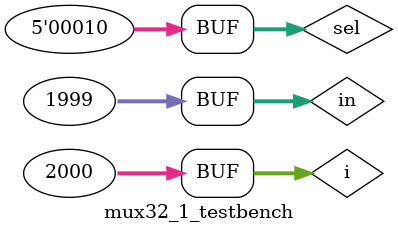
<source format=sv>
module mux32_1 (
   output logic        out, 
   input  logic [31:0] in,
   input  logic [4:0]  sel
   );

   logic v0, v1;

   mux16_1 m0 (.out(v0),  .in(in[15:0]),    .sel(sel[3:0]));
   mux16_1 m1 (.out(v1),  .in(in[31:16]),   .sel(sel[3:0]));
   mux2_1  m  (.out(out), .i0(v0), .i1(v1), .sel(sel[4]));
endmodule

module mux32_1_testbench ();
   logic        out;
   logic [4:0]  sel;
   logic [31:0] in;

   mux32_1 dut (.out, .sel, .in);

   integer i;
   initial begin
      sel = 5'b00000;
      for(i=0; i<1000; i++) begin
         in = i; #1;
      end
      sel = 5'b00001;
      for(i=1000; i<2000; i++) begin
         in = i; #1;
      end
      sel = 5'b00010;      
      for(i=1000; i<2000; i++) begin
         in = i; #1;
      end
   end
endmodule 


</source>
